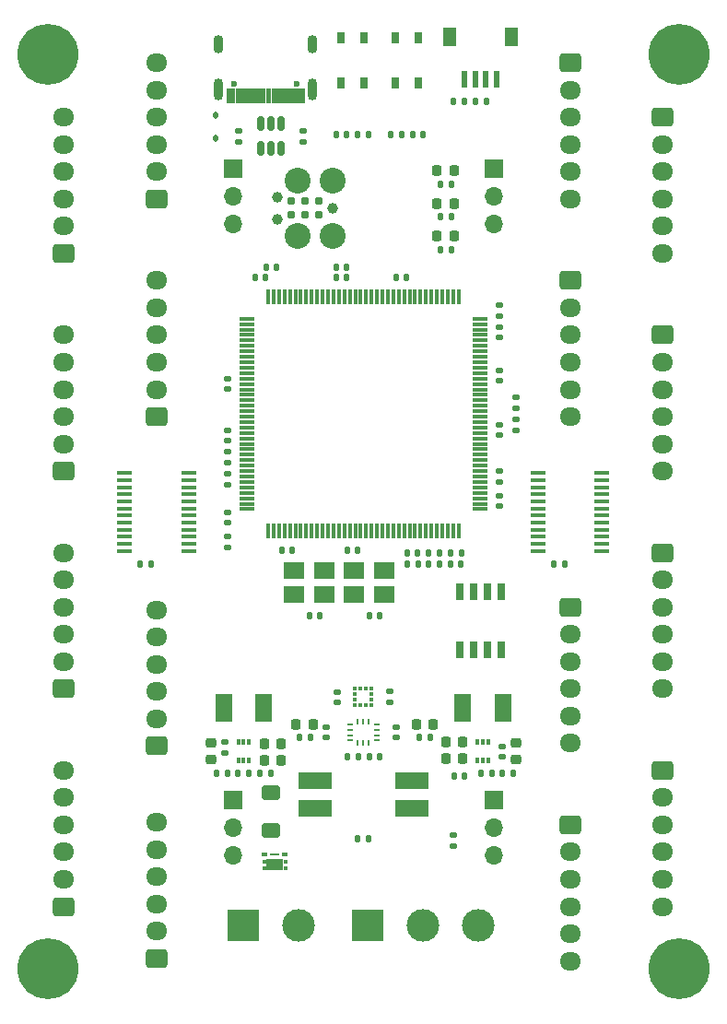
<source format=gbr>
%TF.GenerationSoftware,KiCad,Pcbnew,7.0.1*%
%TF.CreationDate,2023-07-17T00:48:34+01:00*%
%TF.ProjectId,Sensor Hub Board,53656e73-6f72-4204-9875-6220426f6172,rev?*%
%TF.SameCoordinates,Original*%
%TF.FileFunction,Soldermask,Top*%
%TF.FilePolarity,Negative*%
%FSLAX46Y46*%
G04 Gerber Fmt 4.6, Leading zero omitted, Abs format (unit mm)*
G04 Created by KiCad (PCBNEW 7.0.1) date 2023-07-17 00:48:34*
%MOMM*%
%LPD*%
G01*
G04 APERTURE LIST*
G04 Aperture macros list*
%AMRoundRect*
0 Rectangle with rounded corners*
0 $1 Rounding radius*
0 $2 $3 $4 $5 $6 $7 $8 $9 X,Y pos of 4 corners*
0 Add a 4 corners polygon primitive as box body*
4,1,4,$2,$3,$4,$5,$6,$7,$8,$9,$2,$3,0*
0 Add four circle primitives for the rounded corners*
1,1,$1+$1,$2,$3*
1,1,$1+$1,$4,$5*
1,1,$1+$1,$6,$7*
1,1,$1+$1,$8,$9*
0 Add four rect primitives between the rounded corners*
20,1,$1+$1,$2,$3,$4,$5,0*
20,1,$1+$1,$4,$5,$6,$7,0*
20,1,$1+$1,$6,$7,$8,$9,0*
20,1,$1+$1,$8,$9,$2,$3,0*%
G04 Aperture macros list end*
%ADD10C,0.010000*%
%ADD11RoundRect,0.218750X-0.218750X-0.256250X0.218750X-0.256250X0.218750X0.256250X-0.218750X0.256250X0*%
%ADD12R,1.475000X0.450000*%
%ADD13R,3.000000X3.000000*%
%ADD14C,3.000000*%
%ADD15R,0.482600X0.254000*%
%ADD16R,0.254000X0.482600*%
%ADD17RoundRect,0.135000X0.185000X-0.135000X0.185000X0.135000X-0.185000X0.135000X-0.185000X-0.135000X0*%
%ADD18RoundRect,0.150000X0.150000X-0.512500X0.150000X0.512500X-0.150000X0.512500X-0.150000X-0.512500X0*%
%ADD19RoundRect,0.225000X-0.250000X0.225000X-0.250000X-0.225000X0.250000X-0.225000X0.250000X0.225000X0*%
%ADD20R,1.950000X1.650000*%
%ADD21RoundRect,0.140000X-0.170000X0.140000X-0.170000X-0.140000X0.170000X-0.140000X0.170000X0.140000X0*%
%ADD22RoundRect,0.135000X0.135000X0.185000X-0.135000X0.185000X-0.135000X-0.185000X0.135000X-0.185000X0*%
%ADD23RoundRect,0.140000X0.140000X0.170000X-0.140000X0.170000X-0.140000X-0.170000X0.140000X-0.170000X0*%
%ADD24R,0.600000X1.550000*%
%ADD25R,1.200000X1.800000*%
%ADD26RoundRect,0.135000X-0.135000X-0.185000X0.135000X-0.185000X0.135000X0.185000X-0.135000X0.185000X0*%
%ADD27C,5.600000*%
%ADD28RoundRect,0.250000X0.725000X-0.600000X0.725000X0.600000X-0.725000X0.600000X-0.725000X-0.600000X0*%
%ADD29O,1.950000X1.700000*%
%ADD30RoundRect,0.140000X0.170000X-0.140000X0.170000X0.140000X-0.170000X0.140000X-0.170000X-0.140000X0*%
%ADD31RoundRect,0.140000X-0.140000X-0.170000X0.140000X-0.170000X0.140000X0.170000X-0.140000X0.170000X0*%
%ADD32RoundRect,0.225000X0.225000X0.250000X-0.225000X0.250000X-0.225000X-0.250000X0.225000X-0.250000X0*%
%ADD33RoundRect,0.135000X-0.185000X0.135000X-0.185000X-0.135000X0.185000X-0.135000X0.185000X0.135000X0*%
%ADD34R,0.300000X0.475000*%
%ADD35R,1.500000X2.500000*%
%ADD36R,1.700000X1.700000*%
%ADD37O,1.700000X1.700000*%
%ADD38RoundRect,0.250000X-0.725000X0.600000X-0.725000X-0.600000X0.725000X-0.600000X0.725000X0.600000X0*%
%ADD39R,0.650000X1.500000*%
%ADD40RoundRect,0.225000X-0.225000X-0.250000X0.225000X-0.250000X0.225000X0.250000X-0.225000X0.250000X0*%
%ADD41RoundRect,0.218750X0.218750X0.256250X-0.218750X0.256250X-0.218750X-0.256250X0.218750X-0.256250X0*%
%ADD42C,2.374900*%
%ADD43C,0.990600*%
%ADD44C,0.787400*%
%ADD45RoundRect,0.112500X0.112500X-0.187500X0.112500X0.187500X-0.112500X0.187500X-0.112500X-0.187500X0*%
%ADD46C,0.600000*%
%ADD47O,0.900000X2.000000*%
%ADD48O,0.900000X1.700000*%
%ADD49R,0.650000X1.050000*%
%ADD50R,0.300000X1.475000*%
%ADD51R,1.475000X0.300000*%
%ADD52R,0.350000X0.400000*%
%ADD53R,0.500000X0.400000*%
%ADD54R,0.920000X0.285000*%
%ADD55R,1.600000X1.050000*%
%ADD56R,3.100000X1.600000*%
%ADD57R,0.375000X0.350000*%
%ADD58R,0.350000X0.375000*%
%ADD59RoundRect,0.250000X0.600000X-0.400000X0.600000X0.400000X-0.600000X0.400000X-0.600000X-0.400000X0*%
G04 APERTURE END LIST*
%TO.C,J303*%
D10*
X134550000Y-62370000D02*
X133850000Y-62370000D01*
X133850000Y-61130000D01*
X134550000Y-61130000D01*
X134550000Y-62370000D01*
G36*
X134550000Y-62370000D02*
G01*
X133850000Y-62370000D01*
X133850000Y-61130000D01*
X134550000Y-61130000D01*
X134550000Y-62370000D01*
G37*
X133750000Y-62370000D02*
X133050000Y-62370000D01*
X133050000Y-61130000D01*
X133750000Y-61130000D01*
X133750000Y-62370000D01*
G36*
X133750000Y-62370000D02*
G01*
X133050000Y-62370000D01*
X133050000Y-61130000D01*
X133750000Y-61130000D01*
X133750000Y-62370000D01*
G37*
X132950000Y-62370000D02*
X132550000Y-62370000D01*
X132550000Y-61130000D01*
X132950000Y-61130000D01*
X132950000Y-62370000D01*
G36*
X132950000Y-62370000D02*
G01*
X132550000Y-62370000D01*
X132550000Y-61130000D01*
X132950000Y-61130000D01*
X132950000Y-62370000D01*
G37*
X132450000Y-62370000D02*
X132050000Y-62370000D01*
X132050000Y-61130000D01*
X132450000Y-61130000D01*
X132450000Y-62370000D01*
G36*
X132450000Y-62370000D02*
G01*
X132050000Y-62370000D01*
X132050000Y-61130000D01*
X132450000Y-61130000D01*
X132450000Y-62370000D01*
G37*
X131950000Y-62370000D02*
X131550000Y-62370000D01*
X131550000Y-61130000D01*
X131950000Y-61130000D01*
X131950000Y-62370000D01*
G36*
X131950000Y-62370000D02*
G01*
X131550000Y-62370000D01*
X131550000Y-61130000D01*
X131950000Y-61130000D01*
X131950000Y-62370000D01*
G37*
X131450000Y-62370000D02*
X131050000Y-62370000D01*
X131050000Y-61130000D01*
X131450000Y-61130000D01*
X131450000Y-62370000D01*
G36*
X131450000Y-62370000D02*
G01*
X131050000Y-62370000D01*
X131050000Y-61130000D01*
X131450000Y-61130000D01*
X131450000Y-62370000D01*
G37*
X130950000Y-62370000D02*
X130550000Y-62370000D01*
X130550000Y-61130000D01*
X130950000Y-61130000D01*
X130950000Y-62370000D01*
G36*
X130950000Y-62370000D02*
G01*
X130550000Y-62370000D01*
X130550000Y-61130000D01*
X130950000Y-61130000D01*
X130950000Y-62370000D01*
G37*
X130450000Y-62370000D02*
X130050000Y-62370000D01*
X130050000Y-61130000D01*
X130450000Y-61130000D01*
X130450000Y-62370000D01*
G36*
X130450000Y-62370000D02*
G01*
X130050000Y-62370000D01*
X130050000Y-61130000D01*
X130450000Y-61130000D01*
X130450000Y-62370000D01*
G37*
X129950000Y-62370000D02*
X129550000Y-62370000D01*
X129550000Y-61130000D01*
X129950000Y-61130000D01*
X129950000Y-62370000D01*
G36*
X129950000Y-62370000D02*
G01*
X129550000Y-62370000D01*
X129550000Y-61130000D01*
X129950000Y-61130000D01*
X129950000Y-62370000D01*
G37*
X129450000Y-62370000D02*
X129050000Y-62370000D01*
X129050000Y-61130000D01*
X129450000Y-61130000D01*
X129450000Y-62370000D01*
G36*
X129450000Y-62370000D02*
G01*
X129050000Y-62370000D01*
X129050000Y-61130000D01*
X129450000Y-61130000D01*
X129450000Y-62370000D01*
G37*
X128950000Y-62370000D02*
X128250000Y-62370000D01*
X128250000Y-61130000D01*
X128950000Y-61130000D01*
X128950000Y-62370000D01*
G36*
X128950000Y-62370000D02*
G01*
X128250000Y-62370000D01*
X128250000Y-61130000D01*
X128950000Y-61130000D01*
X128950000Y-62370000D01*
G37*
X128150000Y-62370000D02*
X127450000Y-62370000D01*
X127450000Y-61130000D01*
X128150000Y-61130000D01*
X128150000Y-62370000D01*
G36*
X128150000Y-62370000D02*
G01*
X127450000Y-62370000D01*
X127450000Y-61130000D01*
X128150000Y-61130000D01*
X128150000Y-62370000D01*
G37*
%TD*%
D11*
%TO.C,D202*%
X144862500Y-119500000D03*
X146437500Y-119500000D03*
%TD*%
D12*
%TO.C,U403*%
X123938000Y-103575000D03*
X123938000Y-102925000D03*
X123938000Y-102275000D03*
X123938000Y-101625000D03*
X123938000Y-100975000D03*
X123938000Y-100325000D03*
X123938000Y-99675000D03*
X123938000Y-99025000D03*
X123938000Y-98375000D03*
X123938000Y-97725000D03*
X123938000Y-97075000D03*
X123938000Y-96425000D03*
X118062000Y-96425000D03*
X118062000Y-97075000D03*
X118062000Y-97725000D03*
X118062000Y-98375000D03*
X118062000Y-99025000D03*
X118062000Y-99675000D03*
X118062000Y-100325000D03*
X118062000Y-100975000D03*
X118062000Y-101625000D03*
X118062000Y-102275000D03*
X118062000Y-102925000D03*
X118062000Y-103575000D03*
%TD*%
D13*
%TO.C,J302*%
X140380000Y-138000000D03*
D14*
X145460000Y-138000000D03*
X150540000Y-138000000D03*
%TD*%
D15*
%TO.C,U402*%
X138793499Y-119499999D03*
X138793499Y-120000000D03*
X138793499Y-120500000D03*
X138793499Y-121000001D03*
D16*
X139500000Y-121202500D03*
X139999999Y-121202500D03*
X140499998Y-121202500D03*
D15*
X141206499Y-121000001D03*
X141206499Y-120500000D03*
X141206499Y-120000000D03*
X141206499Y-119499999D03*
D16*
X140499998Y-119297500D03*
X139999999Y-119297500D03*
X139500000Y-119297500D03*
%TD*%
D17*
%TO.C,R314*%
X154000000Y-92510000D03*
X154000000Y-91490000D03*
%TD*%
D18*
%TO.C,U302*%
X130550000Y-66637500D03*
X131500000Y-66637500D03*
X132450000Y-66637500D03*
X132450000Y-64362500D03*
X131500000Y-64362500D03*
X130550000Y-64362500D03*
%TD*%
D19*
%TO.C,C202*%
X126000000Y-121225000D03*
X126000000Y-122775000D03*
%TD*%
D17*
%TO.C,R310*%
X127500000Y-97510000D03*
X127500000Y-96490000D03*
%TD*%
D20*
%TO.C,X301*%
X139125000Y-107600000D03*
X141875000Y-107600000D03*
X141875000Y-105400000D03*
X139125000Y-105400000D03*
%TD*%
D21*
%TO.C,C204*%
X127250000Y-121170000D03*
X127250000Y-122130000D03*
%TD*%
%TO.C,C315*%
X152500000Y-98520000D03*
X152500000Y-99480000D03*
%TD*%
D22*
%TO.C,R204*%
X131510000Y-124000000D03*
X130490000Y-124000000D03*
%TD*%
D21*
%TO.C,C203*%
X152750000Y-121520000D03*
X152750000Y-122480000D03*
%TD*%
D23*
%TO.C,C205*%
X149280000Y-124300000D03*
X148320000Y-124300000D03*
%TD*%
D24*
%TO.C,J304*%
X152260000Y-60230000D03*
X151260000Y-60230000D03*
X150260000Y-60230000D03*
X149260000Y-60230000D03*
D25*
X153560000Y-56355000D03*
X147960000Y-56355000D03*
%TD*%
D26*
%TO.C,R203*%
X152790000Y-124000000D03*
X153810000Y-124000000D03*
%TD*%
D22*
%TO.C,R207*%
X135110000Y-120750000D03*
X134090000Y-120750000D03*
%TD*%
D27*
%TO.C,H103*%
X169000000Y-58000000D03*
%TD*%
D28*
%TO.C,J415*%
X120975000Y-91250000D03*
D29*
X120975000Y-88750000D03*
X120975000Y-86250000D03*
X120975000Y-83750000D03*
X120975000Y-81250000D03*
X120975000Y-78750000D03*
%TD*%
D23*
%TO.C,C322*%
X133480000Y-103500000D03*
X132520000Y-103500000D03*
%TD*%
D26*
%TO.C,R306*%
X138490000Y-122500000D03*
X139510000Y-122500000D03*
%TD*%
D30*
%TO.C,C312*%
X127500000Y-93480000D03*
X127500000Y-92520000D03*
%TD*%
D22*
%TO.C,R302*%
X148070000Y-69900000D03*
X147050000Y-69900000D03*
%TD*%
D31*
%TO.C,C318*%
X143020000Y-78500000D03*
X143980000Y-78500000D03*
%TD*%
D11*
%TO.C,D303*%
X146772500Y-74650000D03*
X148347500Y-74650000D03*
%TD*%
D31*
%TO.C,C401*%
X157520000Y-104750000D03*
X158480000Y-104750000D03*
%TD*%
D26*
%TO.C,R202*%
X150790000Y-124000000D03*
X151810000Y-124000000D03*
%TD*%
D31*
%TO.C,C404*%
X119520000Y-104800000D03*
X120480000Y-104800000D03*
%TD*%
D32*
%TO.C,C210*%
X132475000Y-121300000D03*
X130925000Y-121300000D03*
%TD*%
D23*
%TO.C,C304*%
X146980000Y-103750000D03*
X146020000Y-103750000D03*
%TD*%
D31*
%TO.C,C309*%
X148020000Y-104750000D03*
X148980000Y-104750000D03*
%TD*%
D33*
%TO.C,R402*%
X127509000Y-102273000D03*
X127509000Y-103293000D03*
%TD*%
D30*
%TO.C,C402*%
X136600000Y-120730000D03*
X136600000Y-119770000D03*
%TD*%
%TO.C,C406*%
X143000000Y-120730000D03*
X143000000Y-119770000D03*
%TD*%
D34*
%TO.C,IC202*%
X129500000Y-121162000D03*
X129000000Y-121162000D03*
X128500000Y-121162000D03*
X128500000Y-122838000D03*
X129000000Y-122838000D03*
X129500000Y-122838000D03*
%TD*%
D28*
%TO.C,J412*%
X112475000Y-76250000D03*
D29*
X112475000Y-73750000D03*
X112475000Y-71250000D03*
X112475000Y-68750000D03*
X112475000Y-66250000D03*
X112475000Y-63750000D03*
%TD*%
D21*
%TO.C,C308*%
X152500000Y-92020000D03*
X152500000Y-92980000D03*
%TD*%
D31*
%TO.C,C301*%
X135020000Y-109500000D03*
X135980000Y-109500000D03*
%TD*%
D26*
%TO.C,R201*%
X139490000Y-130000000D03*
X140510000Y-130000000D03*
%TD*%
D35*
%TO.C,L202*%
X127150000Y-118000000D03*
X130850000Y-118000000D03*
%TD*%
D31*
%TO.C,C313*%
X137520000Y-78500000D03*
X138480000Y-78500000D03*
%TD*%
D23*
%TO.C,C316*%
X144980000Y-103750000D03*
X144020000Y-103750000D03*
%TD*%
D13*
%TO.C,J203*%
X128920000Y-138000000D03*
D14*
X134000000Y-138000000D03*
%TD*%
D26*
%TO.C,R311*%
X148250000Y-62320000D03*
X149270000Y-62320000D03*
%TD*%
D23*
%TO.C,C305*%
X146980000Y-104750000D03*
X146020000Y-104750000D03*
%TD*%
D21*
%TO.C,C311*%
X127500000Y-100020000D03*
X127500000Y-100980000D03*
%TD*%
D36*
%TO.C,JP402*%
X128000000Y-126460000D03*
D37*
X128000000Y-129000000D03*
X128000000Y-131540000D03*
%TD*%
D11*
%TO.C,D301*%
X146772500Y-71650000D03*
X148347500Y-71650000D03*
%TD*%
D27*
%TO.C,H102*%
X111000000Y-142000000D03*
%TD*%
D11*
%TO.C,D302*%
X146772500Y-68650000D03*
X148347500Y-68650000D03*
%TD*%
D20*
%TO.C,X302*%
X133625000Y-107600000D03*
X136375000Y-107600000D03*
X136375000Y-105400000D03*
X133625000Y-105400000D03*
%TD*%
D38*
%TO.C,J405*%
X159025000Y-108750000D03*
D29*
X159025000Y-111250000D03*
X159025000Y-113750000D03*
X159025000Y-116250000D03*
X159025000Y-118750000D03*
X159025000Y-121250000D03*
%TD*%
D27*
%TO.C,H101*%
X111000000Y-58000000D03*
%TD*%
D33*
%TO.C,R307*%
X134450000Y-64990000D03*
X134450000Y-66010000D03*
%TD*%
D22*
%TO.C,R313*%
X143500000Y-65300000D03*
X142480000Y-65300000D03*
%TD*%
D31*
%TO.C,C307*%
X148040000Y-103750000D03*
X149000000Y-103750000D03*
%TD*%
D19*
%TO.C,C201*%
X154000000Y-121225000D03*
X154000000Y-122775000D03*
%TD*%
D30*
%TO.C,C403*%
X142400000Y-117460000D03*
X142400000Y-116500000D03*
%TD*%
D31*
%TO.C,C306*%
X130020000Y-78500000D03*
X130980000Y-78500000D03*
%TD*%
D36*
%TO.C,JP403*%
X152000000Y-68475000D03*
D37*
X152000000Y-71015000D03*
X152000000Y-73555000D03*
%TD*%
D23*
%TO.C,C302*%
X141480000Y-109500000D03*
X140520000Y-109500000D03*
%TD*%
D39*
%TO.C,IC301*%
X152655000Y-107300000D03*
X151385000Y-107300000D03*
X150115000Y-107300000D03*
X148845000Y-107300000D03*
X148845000Y-112700000D03*
X150115000Y-112700000D03*
X151385000Y-112700000D03*
X152655000Y-112700000D03*
%TD*%
D23*
%TO.C,C323*%
X132000000Y-77500000D03*
X131040000Y-77500000D03*
%TD*%
D38*
%TO.C,J402*%
X167525000Y-123750000D03*
D29*
X167525000Y-126250000D03*
X167525000Y-128750000D03*
X167525000Y-131250000D03*
X167525000Y-133750000D03*
X167525000Y-136250000D03*
%TD*%
D27*
%TO.C,H104*%
X169000000Y-142000000D03*
%TD*%
D28*
%TO.C,J407*%
X121000000Y-121500000D03*
D29*
X121000000Y-119000000D03*
X121000000Y-116500000D03*
X121000000Y-114000000D03*
X121000000Y-111500000D03*
X121000000Y-109000000D03*
%TD*%
D32*
%TO.C,C208*%
X132475000Y-122800000D03*
X130925000Y-122800000D03*
%TD*%
D40*
%TO.C,C209*%
X147550000Y-122650000D03*
X149100000Y-122650000D03*
%TD*%
D38*
%TO.C,J406*%
X167525000Y-103750000D03*
D29*
X167525000Y-106250000D03*
X167525000Y-108750000D03*
X167525000Y-111250000D03*
X167525000Y-113750000D03*
X167525000Y-116250000D03*
%TD*%
D30*
%TO.C,C320*%
X152500000Y-81980000D03*
X152500000Y-81020000D03*
%TD*%
D22*
%TO.C,R205*%
X129510000Y-124000000D03*
X128490000Y-124000000D03*
%TD*%
D33*
%TO.C,R401*%
X152500000Y-96240000D03*
X152500000Y-97260000D03*
%TD*%
D38*
%TO.C,J410*%
X159025000Y-58750000D03*
D29*
X159025000Y-61250000D03*
X159025000Y-63750000D03*
X159025000Y-66250000D03*
X159025000Y-68750000D03*
X159025000Y-71250000D03*
%TD*%
D38*
%TO.C,J413*%
X167525000Y-63750000D03*
D29*
X167525000Y-66250000D03*
X167525000Y-68750000D03*
X167525000Y-71250000D03*
X167525000Y-73750000D03*
X167525000Y-76250000D03*
%TD*%
D28*
%TO.C,J403*%
X121000000Y-141000000D03*
D29*
X121000000Y-138500000D03*
X121000000Y-136000000D03*
X121000000Y-133500000D03*
X121000000Y-131000000D03*
X121000000Y-128500000D03*
%TD*%
D41*
%TO.C,D203*%
X135387500Y-119500000D03*
X133812500Y-119500000D03*
%TD*%
D42*
%TO.C,J301*%
X137165000Y-74620000D03*
D43*
X137165000Y-72080000D03*
D42*
X137165000Y-69540000D03*
X133990000Y-74620000D03*
X133990000Y-69540000D03*
D43*
X132085000Y-73096000D03*
X132085000Y-71064000D03*
D44*
X135895000Y-71445000D03*
X135895000Y-72715000D03*
X134625000Y-71445000D03*
X134625000Y-72715000D03*
X133355000Y-71445000D03*
X133355000Y-72715000D03*
%TD*%
D28*
%TO.C,J416*%
X120975000Y-71250000D03*
D29*
X120975000Y-68750000D03*
X120975000Y-66250000D03*
X120975000Y-63750000D03*
X120975000Y-61250000D03*
X120975000Y-58750000D03*
%TD*%
D33*
%TO.C,R309*%
X127500000Y-94490000D03*
X127500000Y-95510000D03*
%TD*%
D28*
%TO.C,J411*%
X112475000Y-96250000D03*
D29*
X112475000Y-93750000D03*
X112475000Y-91250000D03*
X112475000Y-88750000D03*
X112475000Y-86250000D03*
X112475000Y-83750000D03*
%TD*%
D23*
%TO.C,C206*%
X127480000Y-124000000D03*
X126520000Y-124000000D03*
%TD*%
D30*
%TO.C,C310*%
X127499000Y-88702000D03*
X127499000Y-87742000D03*
%TD*%
D40*
%TO.C,C207*%
X147550000Y-121130000D03*
X149100000Y-121130000D03*
%TD*%
D36*
%TO.C,JP404*%
X128000000Y-68460000D03*
D37*
X128000000Y-71000000D03*
X128000000Y-73540000D03*
%TD*%
D35*
%TO.C,L201*%
X152850000Y-118000000D03*
X149150000Y-118000000D03*
%TD*%
D31*
%TO.C,C314*%
X137520000Y-77500000D03*
X138480000Y-77500000D03*
%TD*%
D45*
%TO.C,D304*%
X126400000Y-65650000D03*
X126400000Y-63550000D03*
%TD*%
D26*
%TO.C,R206*%
X145140000Y-120750000D03*
X146160000Y-120750000D03*
%TD*%
D46*
%TO.C,J303*%
X133890000Y-60680000D03*
X128110000Y-60680000D03*
D47*
X135325000Y-61170000D03*
X126675000Y-61170000D03*
D48*
X135325000Y-57000000D03*
X126675000Y-57000000D03*
%TD*%
D38*
%TO.C,J414*%
X159025000Y-78750000D03*
D29*
X159025000Y-81250000D03*
X159025000Y-83750000D03*
X159025000Y-86250000D03*
X159025000Y-88750000D03*
X159025000Y-91250000D03*
%TD*%
D23*
%TO.C,C317*%
X139480000Y-103500000D03*
X138520000Y-103500000D03*
%TD*%
D49*
%TO.C,S301*%
X137925000Y-60575000D03*
X137925000Y-56425000D03*
X140075000Y-60575000D03*
X140075000Y-56425000D03*
%TD*%
D31*
%TO.C,C324*%
X144510000Y-65300000D03*
X145470000Y-65300000D03*
%TD*%
D26*
%TO.C,R304*%
X139490000Y-65300000D03*
X140510000Y-65300000D03*
%TD*%
D33*
%TO.C,R308*%
X128500000Y-64990000D03*
X128500000Y-66010000D03*
%TD*%
D38*
%TO.C,J401*%
X159025000Y-128750000D03*
D29*
X159025000Y-131250000D03*
X159025000Y-133750000D03*
X159025000Y-136250000D03*
X159025000Y-138750000D03*
X159025000Y-141250000D03*
%TD*%
D50*
%TO.C,IC302*%
X131250000Y-101738000D03*
X131750000Y-101738000D03*
X132250000Y-101738000D03*
X132750000Y-101738000D03*
X133250000Y-101738000D03*
X133750000Y-101738000D03*
X134250000Y-101738000D03*
X134750000Y-101738000D03*
X135250000Y-101738000D03*
X135750000Y-101738000D03*
X136250000Y-101738000D03*
X136750000Y-101738000D03*
X137250000Y-101738000D03*
X137750000Y-101738000D03*
X138250000Y-101738000D03*
X138750000Y-101738000D03*
X139250000Y-101738000D03*
X139750000Y-101738000D03*
X140250000Y-101738000D03*
X140750000Y-101738000D03*
X141250000Y-101738000D03*
X141750000Y-101738000D03*
X142250000Y-101738000D03*
X142750000Y-101738000D03*
X143250000Y-101738000D03*
X143750000Y-101738000D03*
X144250000Y-101738000D03*
X144750000Y-101738000D03*
X145250000Y-101738000D03*
X145750000Y-101738000D03*
X146250000Y-101738000D03*
X146750000Y-101738000D03*
X147250000Y-101738000D03*
X147750000Y-101738000D03*
X148250000Y-101738000D03*
X148750000Y-101738000D03*
D51*
X150738000Y-99750000D03*
X150738000Y-99250000D03*
X150738000Y-98750000D03*
X150738000Y-98250000D03*
X150738000Y-97750000D03*
X150738000Y-97250000D03*
X150738000Y-96750000D03*
X150738000Y-96250000D03*
X150738000Y-95750000D03*
X150738000Y-95250000D03*
X150738000Y-94750000D03*
X150738000Y-94250000D03*
X150738000Y-93750000D03*
X150738000Y-93250000D03*
X150738000Y-92750000D03*
X150738000Y-92250000D03*
X150738000Y-91750000D03*
X150738000Y-91250000D03*
X150738000Y-90750000D03*
X150738000Y-90250000D03*
X150738000Y-89750000D03*
X150738000Y-89250000D03*
X150738000Y-88750000D03*
X150738000Y-88250000D03*
X150738000Y-87750000D03*
X150738000Y-87250000D03*
X150738000Y-86750000D03*
X150738000Y-86250000D03*
X150738000Y-85750000D03*
X150738000Y-85250000D03*
X150738000Y-84750000D03*
X150738000Y-84250000D03*
X150738000Y-83750000D03*
X150738000Y-83250000D03*
X150738000Y-82750000D03*
X150738000Y-82250000D03*
D50*
X148750000Y-80262000D03*
X148250000Y-80262000D03*
X147750000Y-80262000D03*
X147250000Y-80262000D03*
X146750000Y-80262000D03*
X146250000Y-80262000D03*
X145750000Y-80262000D03*
X145250000Y-80262000D03*
X144750000Y-80262000D03*
X144250000Y-80262000D03*
X143750000Y-80262000D03*
X143250000Y-80262000D03*
X142750000Y-80262000D03*
X142250000Y-80262000D03*
X141750000Y-80262000D03*
X141250000Y-80262000D03*
X140750000Y-80262000D03*
X140250000Y-80262000D03*
X139750000Y-80262000D03*
X139250000Y-80262000D03*
X138750000Y-80262000D03*
X138250000Y-80262000D03*
X137750000Y-80262000D03*
X137250000Y-80262000D03*
X136750000Y-80262000D03*
X136250000Y-80262000D03*
X135750000Y-80262000D03*
X135250000Y-80262000D03*
X134750000Y-80262000D03*
X134250000Y-80262000D03*
X133750000Y-80262000D03*
X133250000Y-80262000D03*
X132750000Y-80262000D03*
X132250000Y-80262000D03*
X131750000Y-80262000D03*
X131250000Y-80262000D03*
D51*
X129262000Y-82250000D03*
X129262000Y-82750000D03*
X129262000Y-83250000D03*
X129262000Y-83750000D03*
X129262000Y-84250000D03*
X129262000Y-84750000D03*
X129262000Y-85250000D03*
X129262000Y-85750000D03*
X129262000Y-86250000D03*
X129262000Y-86750000D03*
X129262000Y-87250000D03*
X129262000Y-87750000D03*
X129262000Y-88250000D03*
X129262000Y-88750000D03*
X129262000Y-89250000D03*
X129262000Y-89750000D03*
X129262000Y-90250000D03*
X129262000Y-90750000D03*
X129262000Y-91250000D03*
X129262000Y-91750000D03*
X129262000Y-92250000D03*
X129262000Y-92750000D03*
X129262000Y-93250000D03*
X129262000Y-93750000D03*
X129262000Y-94250000D03*
X129262000Y-94750000D03*
X129262000Y-95250000D03*
X129262000Y-95750000D03*
X129262000Y-96250000D03*
X129262000Y-96750000D03*
X129262000Y-97250000D03*
X129262000Y-97750000D03*
X129262000Y-98250000D03*
X129262000Y-98750000D03*
X129262000Y-99250000D03*
X129262000Y-99750000D03*
%TD*%
D34*
%TO.C,IC201*%
X151500000Y-121162000D03*
X151000000Y-121162000D03*
X150500000Y-121162000D03*
X150500000Y-122838000D03*
X151000000Y-122838000D03*
X151500000Y-122838000D03*
%TD*%
D23*
%TO.C,C405*%
X141480000Y-122500000D03*
X140520000Y-122500000D03*
%TD*%
D12*
%TO.C,U401*%
X161938000Y-103575000D03*
X161938000Y-102925000D03*
X161938000Y-102275000D03*
X161938000Y-101625000D03*
X161938000Y-100975000D03*
X161938000Y-100325000D03*
X161938000Y-99675000D03*
X161938000Y-99025000D03*
X161938000Y-98375000D03*
X161938000Y-97725000D03*
X161938000Y-97075000D03*
X161938000Y-96425000D03*
X156062000Y-96425000D03*
X156062000Y-97075000D03*
X156062000Y-97725000D03*
X156062000Y-98375000D03*
X156062000Y-99025000D03*
X156062000Y-99675000D03*
X156062000Y-100325000D03*
X156062000Y-100975000D03*
X156062000Y-101625000D03*
X156062000Y-102275000D03*
X156062000Y-102925000D03*
X156062000Y-103575000D03*
%TD*%
D28*
%TO.C,J408*%
X112475000Y-116250000D03*
D29*
X112475000Y-113750000D03*
X112475000Y-111250000D03*
X112475000Y-108750000D03*
X112475000Y-106250000D03*
X112475000Y-103750000D03*
%TD*%
D22*
%TO.C,R301*%
X148070000Y-72900000D03*
X147050000Y-72900000D03*
%TD*%
D33*
%TO.C,R315*%
X154000000Y-89500000D03*
X154000000Y-90520000D03*
%TD*%
D38*
%TO.C,J409*%
X167525000Y-83750000D03*
D29*
X167525000Y-86250000D03*
X167525000Y-88750000D03*
X167525000Y-91250000D03*
X167525000Y-93750000D03*
X167525000Y-96250000D03*
%TD*%
D22*
%TO.C,R312*%
X151300000Y-62320000D03*
X150280000Y-62320000D03*
%TD*%
D23*
%TO.C,C303*%
X138480000Y-65300000D03*
X137520000Y-65300000D03*
%TD*%
D22*
%TO.C,FB301*%
X145010000Y-104750000D03*
X143990000Y-104750000D03*
%TD*%
D21*
%TO.C,C321*%
X152500000Y-87020000D03*
X152500000Y-87980000D03*
%TD*%
D17*
%TO.C,R305*%
X148250000Y-130710000D03*
X148250000Y-129690000D03*
%TD*%
D22*
%TO.C,R303*%
X148070000Y-75900000D03*
X147050000Y-75900000D03*
%TD*%
D21*
%TO.C,C319*%
X152500000Y-83020000D03*
X152500000Y-83980000D03*
%TD*%
D52*
%TO.C,Q201*%
X132825000Y-132750000D03*
X132825000Y-132100000D03*
D53*
X132750000Y-131450000D03*
X130950000Y-131450000D03*
D52*
X130875000Y-132100000D03*
X130875000Y-132750000D03*
D54*
X131850000Y-131450000D03*
D55*
X131850000Y-132425000D03*
%TD*%
D56*
%TO.C,SW301*%
X144445000Y-127270000D03*
X144445000Y-124730000D03*
X135555000Y-124730000D03*
X135555000Y-127270000D03*
%TD*%
D30*
%TO.C,C407*%
X137600000Y-117480000D03*
X137600000Y-116520000D03*
%TD*%
D36*
%TO.C,JP401*%
X152000000Y-126460000D03*
D37*
X152000000Y-129000000D03*
X152000000Y-131540000D03*
%TD*%
D28*
%TO.C,J404*%
X112475000Y-136250000D03*
D29*
X112475000Y-133750000D03*
X112475000Y-131250000D03*
X112475000Y-128750000D03*
X112475000Y-126250000D03*
X112475000Y-123750000D03*
%TD*%
D57*
%TO.C,U404*%
X139237499Y-116250000D03*
X139237499Y-116750000D03*
X139237499Y-117250000D03*
X139237499Y-117750000D03*
D58*
X139749999Y-117762500D03*
X140249999Y-117762500D03*
D57*
X140762499Y-117750000D03*
X140762499Y-117250000D03*
X140762499Y-116750000D03*
X140762499Y-116250000D03*
D58*
X140249999Y-116237500D03*
X139749999Y-116237500D03*
%TD*%
D59*
%TO.C,D201*%
X131500000Y-129250000D03*
X131500000Y-125750000D03*
%TD*%
D49*
%TO.C,S302*%
X142925000Y-60575000D03*
X142925000Y-56425000D03*
X145075000Y-60575000D03*
X145075000Y-56425000D03*
%TD*%
M02*

</source>
